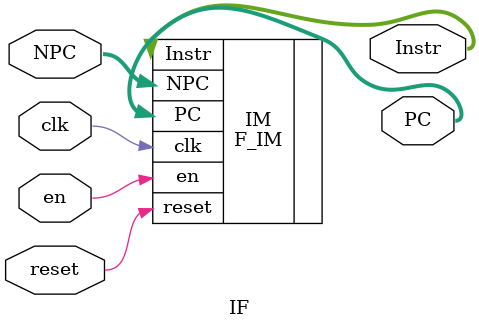
<source format=v>
`timescale 1ns / 1ps
module IF(
	 input clk,
	 input reset,
	 input en,
	 input [31:0] NPC,
    output [31:0] Instr,
	 output [31:0] PC
    );

	F_IM IM(
		.clk			(clk),
		.reset		(reset),
		.NPC			(NPC),
		.en			(en),
		.PC			(PC),
		.Instr		(Instr));

endmodule

</source>
